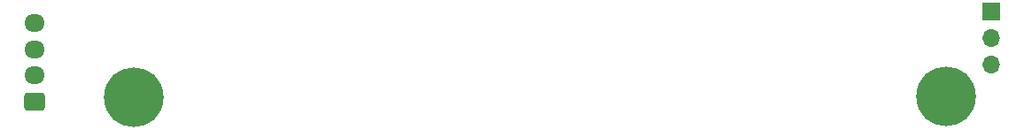
<source format=gbr>
%TF.GenerationSoftware,KiCad,Pcbnew,(6.0.6)*%
%TF.CreationDate,2023-03-10T08:43:37+05:30*%
%TF.ProjectId,ws2812-light,77733238-3132-42d6-9c69-6768742e6b69,rev?*%
%TF.SameCoordinates,Original*%
%TF.FileFunction,Soldermask,Bot*%
%TF.FilePolarity,Negative*%
%FSLAX46Y46*%
G04 Gerber Fmt 4.6, Leading zero omitted, Abs format (unit mm)*
G04 Created by KiCad (PCBNEW (6.0.6)) date 2023-03-10 08:43:37*
%MOMM*%
%LPD*%
G01*
G04 APERTURE LIST*
G04 Aperture macros list*
%AMRoundRect*
0 Rectangle with rounded corners*
0 $1 Rounding radius*
0 $2 $3 $4 $5 $6 $7 $8 $9 X,Y pos of 4 corners*
0 Add a 4 corners polygon primitive as box body*
4,1,4,$2,$3,$4,$5,$6,$7,$8,$9,$2,$3,0*
0 Add four circle primitives for the rounded corners*
1,1,$1+$1,$2,$3*
1,1,$1+$1,$4,$5*
1,1,$1+$1,$6,$7*
1,1,$1+$1,$8,$9*
0 Add four rect primitives between the rounded corners*
20,1,$1+$1,$2,$3,$4,$5,0*
20,1,$1+$1,$4,$5,$6,$7,0*
20,1,$1+$1,$6,$7,$8,$9,0*
20,1,$1+$1,$8,$9,$2,$3,0*%
G04 Aperture macros list end*
%ADD10C,5.700000*%
%ADD11R,1.700000X1.700000*%
%ADD12O,1.700000X1.700000*%
%ADD13RoundRect,0.250000X0.725000X-0.600000X0.725000X0.600000X-0.725000X0.600000X-0.725000X-0.600000X0*%
%ADD14O,1.950000X1.700000*%
G04 APERTURE END LIST*
D10*
%TO.C,H2*%
X164846000Y-119634000D03*
%TD*%
D11*
%TO.C,J2*%
X169175000Y-111475000D03*
D12*
X169175000Y-114015000D03*
X169175000Y-116555000D03*
%TD*%
D10*
%TO.C,H1*%
X87200000Y-119675000D03*
%TD*%
D13*
%TO.C,J1*%
X77750000Y-120100000D03*
D14*
X77750000Y-117600000D03*
X77750000Y-115100000D03*
X77750000Y-112600000D03*
%TD*%
M02*

</source>
